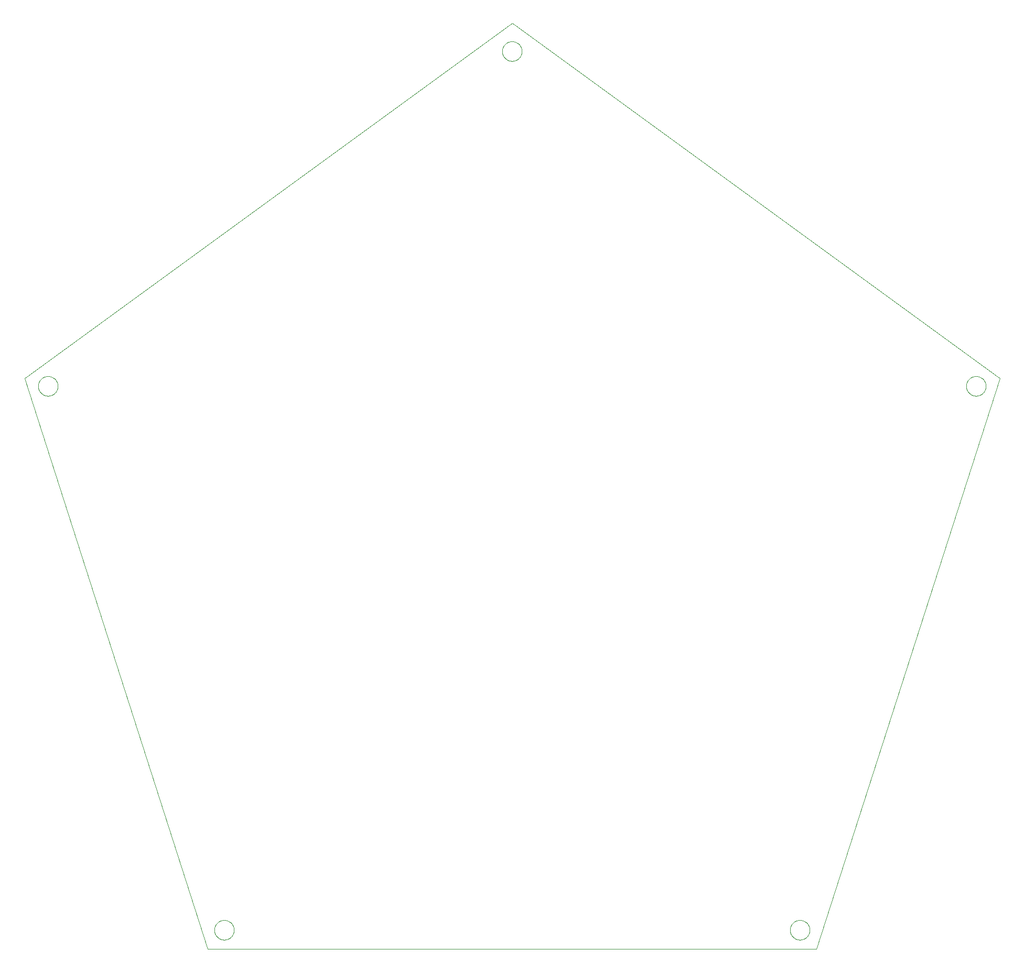
<source format=gko>
G75*
%MOIN*%
%OFA0B0*%
%FSLAX25Y25*%
%IPPOS*%
%LPD*%
%AMOC8*
5,1,8,0,0,1.08239X$1,22.5*
%
%ADD10C,0.00000*%
D10*
X0147800Y0005300D02*
X0031300Y0368300D01*
X0341300Y0594300D01*
X0651300Y0368300D01*
X0534800Y0005300D01*
X0147800Y0005300D01*
X0152050Y0017300D02*
X0152052Y0017458D01*
X0152058Y0017615D01*
X0152068Y0017773D01*
X0152082Y0017930D01*
X0152100Y0018086D01*
X0152121Y0018243D01*
X0152147Y0018398D01*
X0152177Y0018553D01*
X0152210Y0018707D01*
X0152248Y0018860D01*
X0152289Y0019013D01*
X0152334Y0019164D01*
X0152383Y0019314D01*
X0152436Y0019462D01*
X0152492Y0019610D01*
X0152553Y0019755D01*
X0152616Y0019900D01*
X0152684Y0020042D01*
X0152755Y0020183D01*
X0152829Y0020322D01*
X0152907Y0020459D01*
X0152989Y0020594D01*
X0153073Y0020727D01*
X0153162Y0020858D01*
X0153253Y0020986D01*
X0153348Y0021113D01*
X0153445Y0021236D01*
X0153546Y0021358D01*
X0153650Y0021476D01*
X0153757Y0021592D01*
X0153867Y0021705D01*
X0153979Y0021816D01*
X0154095Y0021923D01*
X0154213Y0022028D01*
X0154333Y0022130D01*
X0154456Y0022228D01*
X0154582Y0022324D01*
X0154710Y0022416D01*
X0154840Y0022505D01*
X0154972Y0022591D01*
X0155107Y0022673D01*
X0155244Y0022752D01*
X0155382Y0022827D01*
X0155522Y0022899D01*
X0155665Y0022967D01*
X0155808Y0023032D01*
X0155954Y0023093D01*
X0156101Y0023150D01*
X0156249Y0023204D01*
X0156399Y0023254D01*
X0156549Y0023300D01*
X0156701Y0023342D01*
X0156854Y0023381D01*
X0157008Y0023415D01*
X0157163Y0023446D01*
X0157318Y0023472D01*
X0157474Y0023495D01*
X0157631Y0023514D01*
X0157788Y0023529D01*
X0157945Y0023540D01*
X0158103Y0023547D01*
X0158261Y0023550D01*
X0158418Y0023549D01*
X0158576Y0023544D01*
X0158733Y0023535D01*
X0158891Y0023522D01*
X0159047Y0023505D01*
X0159204Y0023484D01*
X0159359Y0023460D01*
X0159514Y0023431D01*
X0159669Y0023398D01*
X0159822Y0023362D01*
X0159975Y0023321D01*
X0160126Y0023277D01*
X0160276Y0023229D01*
X0160425Y0023178D01*
X0160573Y0023122D01*
X0160719Y0023063D01*
X0160864Y0023000D01*
X0161007Y0022933D01*
X0161148Y0022863D01*
X0161287Y0022790D01*
X0161425Y0022713D01*
X0161561Y0022632D01*
X0161694Y0022548D01*
X0161825Y0022461D01*
X0161954Y0022370D01*
X0162081Y0022276D01*
X0162206Y0022179D01*
X0162327Y0022079D01*
X0162447Y0021976D01*
X0162563Y0021870D01*
X0162677Y0021761D01*
X0162789Y0021649D01*
X0162897Y0021535D01*
X0163002Y0021417D01*
X0163105Y0021297D01*
X0163204Y0021175D01*
X0163300Y0021050D01*
X0163393Y0020922D01*
X0163483Y0020793D01*
X0163569Y0020661D01*
X0163653Y0020527D01*
X0163732Y0020391D01*
X0163809Y0020253D01*
X0163881Y0020113D01*
X0163950Y0019971D01*
X0164016Y0019828D01*
X0164078Y0019683D01*
X0164136Y0019536D01*
X0164191Y0019388D01*
X0164242Y0019239D01*
X0164289Y0019088D01*
X0164332Y0018937D01*
X0164371Y0018784D01*
X0164407Y0018630D01*
X0164438Y0018476D01*
X0164466Y0018321D01*
X0164490Y0018165D01*
X0164510Y0018008D01*
X0164526Y0017851D01*
X0164538Y0017694D01*
X0164546Y0017537D01*
X0164550Y0017379D01*
X0164550Y0017221D01*
X0164546Y0017063D01*
X0164538Y0016906D01*
X0164526Y0016749D01*
X0164510Y0016592D01*
X0164490Y0016435D01*
X0164466Y0016279D01*
X0164438Y0016124D01*
X0164407Y0015970D01*
X0164371Y0015816D01*
X0164332Y0015663D01*
X0164289Y0015512D01*
X0164242Y0015361D01*
X0164191Y0015212D01*
X0164136Y0015064D01*
X0164078Y0014917D01*
X0164016Y0014772D01*
X0163950Y0014629D01*
X0163881Y0014487D01*
X0163809Y0014347D01*
X0163732Y0014209D01*
X0163653Y0014073D01*
X0163569Y0013939D01*
X0163483Y0013807D01*
X0163393Y0013678D01*
X0163300Y0013550D01*
X0163204Y0013425D01*
X0163105Y0013303D01*
X0163002Y0013183D01*
X0162897Y0013065D01*
X0162789Y0012951D01*
X0162677Y0012839D01*
X0162563Y0012730D01*
X0162447Y0012624D01*
X0162327Y0012521D01*
X0162206Y0012421D01*
X0162081Y0012324D01*
X0161954Y0012230D01*
X0161825Y0012139D01*
X0161694Y0012052D01*
X0161561Y0011968D01*
X0161425Y0011887D01*
X0161287Y0011810D01*
X0161148Y0011737D01*
X0161007Y0011667D01*
X0160864Y0011600D01*
X0160719Y0011537D01*
X0160573Y0011478D01*
X0160425Y0011422D01*
X0160276Y0011371D01*
X0160126Y0011323D01*
X0159975Y0011279D01*
X0159822Y0011238D01*
X0159669Y0011202D01*
X0159514Y0011169D01*
X0159359Y0011140D01*
X0159204Y0011116D01*
X0159047Y0011095D01*
X0158891Y0011078D01*
X0158733Y0011065D01*
X0158576Y0011056D01*
X0158418Y0011051D01*
X0158261Y0011050D01*
X0158103Y0011053D01*
X0157945Y0011060D01*
X0157788Y0011071D01*
X0157631Y0011086D01*
X0157474Y0011105D01*
X0157318Y0011128D01*
X0157163Y0011154D01*
X0157008Y0011185D01*
X0156854Y0011219D01*
X0156701Y0011258D01*
X0156549Y0011300D01*
X0156399Y0011346D01*
X0156249Y0011396D01*
X0156101Y0011450D01*
X0155954Y0011507D01*
X0155808Y0011568D01*
X0155665Y0011633D01*
X0155522Y0011701D01*
X0155382Y0011773D01*
X0155244Y0011848D01*
X0155107Y0011927D01*
X0154972Y0012009D01*
X0154840Y0012095D01*
X0154710Y0012184D01*
X0154582Y0012276D01*
X0154456Y0012372D01*
X0154333Y0012470D01*
X0154213Y0012572D01*
X0154095Y0012677D01*
X0153979Y0012784D01*
X0153867Y0012895D01*
X0153757Y0013008D01*
X0153650Y0013124D01*
X0153546Y0013242D01*
X0153445Y0013364D01*
X0153348Y0013487D01*
X0153253Y0013614D01*
X0153162Y0013742D01*
X0153073Y0013873D01*
X0152989Y0014006D01*
X0152907Y0014141D01*
X0152829Y0014278D01*
X0152755Y0014417D01*
X0152684Y0014558D01*
X0152616Y0014700D01*
X0152553Y0014845D01*
X0152492Y0014990D01*
X0152436Y0015138D01*
X0152383Y0015286D01*
X0152334Y0015436D01*
X0152289Y0015587D01*
X0152248Y0015740D01*
X0152210Y0015893D01*
X0152177Y0016047D01*
X0152147Y0016202D01*
X0152121Y0016357D01*
X0152100Y0016514D01*
X0152082Y0016670D01*
X0152068Y0016827D01*
X0152058Y0016985D01*
X0152052Y0017142D01*
X0152050Y0017300D01*
X0518050Y0017300D02*
X0518052Y0017458D01*
X0518058Y0017615D01*
X0518068Y0017773D01*
X0518082Y0017930D01*
X0518100Y0018086D01*
X0518121Y0018243D01*
X0518147Y0018398D01*
X0518177Y0018553D01*
X0518210Y0018707D01*
X0518248Y0018860D01*
X0518289Y0019013D01*
X0518334Y0019164D01*
X0518383Y0019314D01*
X0518436Y0019462D01*
X0518492Y0019610D01*
X0518553Y0019755D01*
X0518616Y0019900D01*
X0518684Y0020042D01*
X0518755Y0020183D01*
X0518829Y0020322D01*
X0518907Y0020459D01*
X0518989Y0020594D01*
X0519073Y0020727D01*
X0519162Y0020858D01*
X0519253Y0020986D01*
X0519348Y0021113D01*
X0519445Y0021236D01*
X0519546Y0021358D01*
X0519650Y0021476D01*
X0519757Y0021592D01*
X0519867Y0021705D01*
X0519979Y0021816D01*
X0520095Y0021923D01*
X0520213Y0022028D01*
X0520333Y0022130D01*
X0520456Y0022228D01*
X0520582Y0022324D01*
X0520710Y0022416D01*
X0520840Y0022505D01*
X0520972Y0022591D01*
X0521107Y0022673D01*
X0521244Y0022752D01*
X0521382Y0022827D01*
X0521522Y0022899D01*
X0521665Y0022967D01*
X0521808Y0023032D01*
X0521954Y0023093D01*
X0522101Y0023150D01*
X0522249Y0023204D01*
X0522399Y0023254D01*
X0522549Y0023300D01*
X0522701Y0023342D01*
X0522854Y0023381D01*
X0523008Y0023415D01*
X0523163Y0023446D01*
X0523318Y0023472D01*
X0523474Y0023495D01*
X0523631Y0023514D01*
X0523788Y0023529D01*
X0523945Y0023540D01*
X0524103Y0023547D01*
X0524261Y0023550D01*
X0524418Y0023549D01*
X0524576Y0023544D01*
X0524733Y0023535D01*
X0524891Y0023522D01*
X0525047Y0023505D01*
X0525204Y0023484D01*
X0525359Y0023460D01*
X0525514Y0023431D01*
X0525669Y0023398D01*
X0525822Y0023362D01*
X0525975Y0023321D01*
X0526126Y0023277D01*
X0526276Y0023229D01*
X0526425Y0023178D01*
X0526573Y0023122D01*
X0526719Y0023063D01*
X0526864Y0023000D01*
X0527007Y0022933D01*
X0527148Y0022863D01*
X0527287Y0022790D01*
X0527425Y0022713D01*
X0527561Y0022632D01*
X0527694Y0022548D01*
X0527825Y0022461D01*
X0527954Y0022370D01*
X0528081Y0022276D01*
X0528206Y0022179D01*
X0528327Y0022079D01*
X0528447Y0021976D01*
X0528563Y0021870D01*
X0528677Y0021761D01*
X0528789Y0021649D01*
X0528897Y0021535D01*
X0529002Y0021417D01*
X0529105Y0021297D01*
X0529204Y0021175D01*
X0529300Y0021050D01*
X0529393Y0020922D01*
X0529483Y0020793D01*
X0529569Y0020661D01*
X0529653Y0020527D01*
X0529732Y0020391D01*
X0529809Y0020253D01*
X0529881Y0020113D01*
X0529950Y0019971D01*
X0530016Y0019828D01*
X0530078Y0019683D01*
X0530136Y0019536D01*
X0530191Y0019388D01*
X0530242Y0019239D01*
X0530289Y0019088D01*
X0530332Y0018937D01*
X0530371Y0018784D01*
X0530407Y0018630D01*
X0530438Y0018476D01*
X0530466Y0018321D01*
X0530490Y0018165D01*
X0530510Y0018008D01*
X0530526Y0017851D01*
X0530538Y0017694D01*
X0530546Y0017537D01*
X0530550Y0017379D01*
X0530550Y0017221D01*
X0530546Y0017063D01*
X0530538Y0016906D01*
X0530526Y0016749D01*
X0530510Y0016592D01*
X0530490Y0016435D01*
X0530466Y0016279D01*
X0530438Y0016124D01*
X0530407Y0015970D01*
X0530371Y0015816D01*
X0530332Y0015663D01*
X0530289Y0015512D01*
X0530242Y0015361D01*
X0530191Y0015212D01*
X0530136Y0015064D01*
X0530078Y0014917D01*
X0530016Y0014772D01*
X0529950Y0014629D01*
X0529881Y0014487D01*
X0529809Y0014347D01*
X0529732Y0014209D01*
X0529653Y0014073D01*
X0529569Y0013939D01*
X0529483Y0013807D01*
X0529393Y0013678D01*
X0529300Y0013550D01*
X0529204Y0013425D01*
X0529105Y0013303D01*
X0529002Y0013183D01*
X0528897Y0013065D01*
X0528789Y0012951D01*
X0528677Y0012839D01*
X0528563Y0012730D01*
X0528447Y0012624D01*
X0528327Y0012521D01*
X0528206Y0012421D01*
X0528081Y0012324D01*
X0527954Y0012230D01*
X0527825Y0012139D01*
X0527694Y0012052D01*
X0527561Y0011968D01*
X0527425Y0011887D01*
X0527287Y0011810D01*
X0527148Y0011737D01*
X0527007Y0011667D01*
X0526864Y0011600D01*
X0526719Y0011537D01*
X0526573Y0011478D01*
X0526425Y0011422D01*
X0526276Y0011371D01*
X0526126Y0011323D01*
X0525975Y0011279D01*
X0525822Y0011238D01*
X0525669Y0011202D01*
X0525514Y0011169D01*
X0525359Y0011140D01*
X0525204Y0011116D01*
X0525047Y0011095D01*
X0524891Y0011078D01*
X0524733Y0011065D01*
X0524576Y0011056D01*
X0524418Y0011051D01*
X0524261Y0011050D01*
X0524103Y0011053D01*
X0523945Y0011060D01*
X0523788Y0011071D01*
X0523631Y0011086D01*
X0523474Y0011105D01*
X0523318Y0011128D01*
X0523163Y0011154D01*
X0523008Y0011185D01*
X0522854Y0011219D01*
X0522701Y0011258D01*
X0522549Y0011300D01*
X0522399Y0011346D01*
X0522249Y0011396D01*
X0522101Y0011450D01*
X0521954Y0011507D01*
X0521808Y0011568D01*
X0521665Y0011633D01*
X0521522Y0011701D01*
X0521382Y0011773D01*
X0521244Y0011848D01*
X0521107Y0011927D01*
X0520972Y0012009D01*
X0520840Y0012095D01*
X0520710Y0012184D01*
X0520582Y0012276D01*
X0520456Y0012372D01*
X0520333Y0012470D01*
X0520213Y0012572D01*
X0520095Y0012677D01*
X0519979Y0012784D01*
X0519867Y0012895D01*
X0519757Y0013008D01*
X0519650Y0013124D01*
X0519546Y0013242D01*
X0519445Y0013364D01*
X0519348Y0013487D01*
X0519253Y0013614D01*
X0519162Y0013742D01*
X0519073Y0013873D01*
X0518989Y0014006D01*
X0518907Y0014141D01*
X0518829Y0014278D01*
X0518755Y0014417D01*
X0518684Y0014558D01*
X0518616Y0014700D01*
X0518553Y0014845D01*
X0518492Y0014990D01*
X0518436Y0015138D01*
X0518383Y0015286D01*
X0518334Y0015436D01*
X0518289Y0015587D01*
X0518248Y0015740D01*
X0518210Y0015893D01*
X0518177Y0016047D01*
X0518147Y0016202D01*
X0518121Y0016357D01*
X0518100Y0016514D01*
X0518082Y0016670D01*
X0518068Y0016827D01*
X0518058Y0016985D01*
X0518052Y0017142D01*
X0518050Y0017300D01*
X0630050Y0363300D02*
X0630052Y0363458D01*
X0630058Y0363615D01*
X0630068Y0363773D01*
X0630082Y0363930D01*
X0630100Y0364086D01*
X0630121Y0364243D01*
X0630147Y0364398D01*
X0630177Y0364553D01*
X0630210Y0364707D01*
X0630248Y0364860D01*
X0630289Y0365013D01*
X0630334Y0365164D01*
X0630383Y0365314D01*
X0630436Y0365462D01*
X0630492Y0365610D01*
X0630553Y0365755D01*
X0630616Y0365900D01*
X0630684Y0366042D01*
X0630755Y0366183D01*
X0630829Y0366322D01*
X0630907Y0366459D01*
X0630989Y0366594D01*
X0631073Y0366727D01*
X0631162Y0366858D01*
X0631253Y0366986D01*
X0631348Y0367113D01*
X0631445Y0367236D01*
X0631546Y0367358D01*
X0631650Y0367476D01*
X0631757Y0367592D01*
X0631867Y0367705D01*
X0631979Y0367816D01*
X0632095Y0367923D01*
X0632213Y0368028D01*
X0632333Y0368130D01*
X0632456Y0368228D01*
X0632582Y0368324D01*
X0632710Y0368416D01*
X0632840Y0368505D01*
X0632972Y0368591D01*
X0633107Y0368673D01*
X0633244Y0368752D01*
X0633382Y0368827D01*
X0633522Y0368899D01*
X0633665Y0368967D01*
X0633808Y0369032D01*
X0633954Y0369093D01*
X0634101Y0369150D01*
X0634249Y0369204D01*
X0634399Y0369254D01*
X0634549Y0369300D01*
X0634701Y0369342D01*
X0634854Y0369381D01*
X0635008Y0369415D01*
X0635163Y0369446D01*
X0635318Y0369472D01*
X0635474Y0369495D01*
X0635631Y0369514D01*
X0635788Y0369529D01*
X0635945Y0369540D01*
X0636103Y0369547D01*
X0636261Y0369550D01*
X0636418Y0369549D01*
X0636576Y0369544D01*
X0636733Y0369535D01*
X0636891Y0369522D01*
X0637047Y0369505D01*
X0637204Y0369484D01*
X0637359Y0369460D01*
X0637514Y0369431D01*
X0637669Y0369398D01*
X0637822Y0369362D01*
X0637975Y0369321D01*
X0638126Y0369277D01*
X0638276Y0369229D01*
X0638425Y0369178D01*
X0638573Y0369122D01*
X0638719Y0369063D01*
X0638864Y0369000D01*
X0639007Y0368933D01*
X0639148Y0368863D01*
X0639287Y0368790D01*
X0639425Y0368713D01*
X0639561Y0368632D01*
X0639694Y0368548D01*
X0639825Y0368461D01*
X0639954Y0368370D01*
X0640081Y0368276D01*
X0640206Y0368179D01*
X0640327Y0368079D01*
X0640447Y0367976D01*
X0640563Y0367870D01*
X0640677Y0367761D01*
X0640789Y0367649D01*
X0640897Y0367535D01*
X0641002Y0367417D01*
X0641105Y0367297D01*
X0641204Y0367175D01*
X0641300Y0367050D01*
X0641393Y0366922D01*
X0641483Y0366793D01*
X0641569Y0366661D01*
X0641653Y0366527D01*
X0641732Y0366391D01*
X0641809Y0366253D01*
X0641881Y0366113D01*
X0641950Y0365971D01*
X0642016Y0365828D01*
X0642078Y0365683D01*
X0642136Y0365536D01*
X0642191Y0365388D01*
X0642242Y0365239D01*
X0642289Y0365088D01*
X0642332Y0364937D01*
X0642371Y0364784D01*
X0642407Y0364630D01*
X0642438Y0364476D01*
X0642466Y0364321D01*
X0642490Y0364165D01*
X0642510Y0364008D01*
X0642526Y0363851D01*
X0642538Y0363694D01*
X0642546Y0363537D01*
X0642550Y0363379D01*
X0642550Y0363221D01*
X0642546Y0363063D01*
X0642538Y0362906D01*
X0642526Y0362749D01*
X0642510Y0362592D01*
X0642490Y0362435D01*
X0642466Y0362279D01*
X0642438Y0362124D01*
X0642407Y0361970D01*
X0642371Y0361816D01*
X0642332Y0361663D01*
X0642289Y0361512D01*
X0642242Y0361361D01*
X0642191Y0361212D01*
X0642136Y0361064D01*
X0642078Y0360917D01*
X0642016Y0360772D01*
X0641950Y0360629D01*
X0641881Y0360487D01*
X0641809Y0360347D01*
X0641732Y0360209D01*
X0641653Y0360073D01*
X0641569Y0359939D01*
X0641483Y0359807D01*
X0641393Y0359678D01*
X0641300Y0359550D01*
X0641204Y0359425D01*
X0641105Y0359303D01*
X0641002Y0359183D01*
X0640897Y0359065D01*
X0640789Y0358951D01*
X0640677Y0358839D01*
X0640563Y0358730D01*
X0640447Y0358624D01*
X0640327Y0358521D01*
X0640206Y0358421D01*
X0640081Y0358324D01*
X0639954Y0358230D01*
X0639825Y0358139D01*
X0639694Y0358052D01*
X0639561Y0357968D01*
X0639425Y0357887D01*
X0639287Y0357810D01*
X0639148Y0357737D01*
X0639007Y0357667D01*
X0638864Y0357600D01*
X0638719Y0357537D01*
X0638573Y0357478D01*
X0638425Y0357422D01*
X0638276Y0357371D01*
X0638126Y0357323D01*
X0637975Y0357279D01*
X0637822Y0357238D01*
X0637669Y0357202D01*
X0637514Y0357169D01*
X0637359Y0357140D01*
X0637204Y0357116D01*
X0637047Y0357095D01*
X0636891Y0357078D01*
X0636733Y0357065D01*
X0636576Y0357056D01*
X0636418Y0357051D01*
X0636261Y0357050D01*
X0636103Y0357053D01*
X0635945Y0357060D01*
X0635788Y0357071D01*
X0635631Y0357086D01*
X0635474Y0357105D01*
X0635318Y0357128D01*
X0635163Y0357154D01*
X0635008Y0357185D01*
X0634854Y0357219D01*
X0634701Y0357258D01*
X0634549Y0357300D01*
X0634399Y0357346D01*
X0634249Y0357396D01*
X0634101Y0357450D01*
X0633954Y0357507D01*
X0633808Y0357568D01*
X0633665Y0357633D01*
X0633522Y0357701D01*
X0633382Y0357773D01*
X0633244Y0357848D01*
X0633107Y0357927D01*
X0632972Y0358009D01*
X0632840Y0358095D01*
X0632710Y0358184D01*
X0632582Y0358276D01*
X0632456Y0358372D01*
X0632333Y0358470D01*
X0632213Y0358572D01*
X0632095Y0358677D01*
X0631979Y0358784D01*
X0631867Y0358895D01*
X0631757Y0359008D01*
X0631650Y0359124D01*
X0631546Y0359242D01*
X0631445Y0359364D01*
X0631348Y0359487D01*
X0631253Y0359614D01*
X0631162Y0359742D01*
X0631073Y0359873D01*
X0630989Y0360006D01*
X0630907Y0360141D01*
X0630829Y0360278D01*
X0630755Y0360417D01*
X0630684Y0360558D01*
X0630616Y0360700D01*
X0630553Y0360845D01*
X0630492Y0360990D01*
X0630436Y0361138D01*
X0630383Y0361286D01*
X0630334Y0361436D01*
X0630289Y0361587D01*
X0630248Y0361740D01*
X0630210Y0361893D01*
X0630177Y0362047D01*
X0630147Y0362202D01*
X0630121Y0362357D01*
X0630100Y0362514D01*
X0630082Y0362670D01*
X0630068Y0362827D01*
X0630058Y0362985D01*
X0630052Y0363142D01*
X0630050Y0363300D01*
X0335050Y0576300D02*
X0335052Y0576458D01*
X0335058Y0576615D01*
X0335068Y0576773D01*
X0335082Y0576930D01*
X0335100Y0577086D01*
X0335121Y0577243D01*
X0335147Y0577398D01*
X0335177Y0577553D01*
X0335210Y0577707D01*
X0335248Y0577860D01*
X0335289Y0578013D01*
X0335334Y0578164D01*
X0335383Y0578314D01*
X0335436Y0578462D01*
X0335492Y0578610D01*
X0335553Y0578755D01*
X0335616Y0578900D01*
X0335684Y0579042D01*
X0335755Y0579183D01*
X0335829Y0579322D01*
X0335907Y0579459D01*
X0335989Y0579594D01*
X0336073Y0579727D01*
X0336162Y0579858D01*
X0336253Y0579986D01*
X0336348Y0580113D01*
X0336445Y0580236D01*
X0336546Y0580358D01*
X0336650Y0580476D01*
X0336757Y0580592D01*
X0336867Y0580705D01*
X0336979Y0580816D01*
X0337095Y0580923D01*
X0337213Y0581028D01*
X0337333Y0581130D01*
X0337456Y0581228D01*
X0337582Y0581324D01*
X0337710Y0581416D01*
X0337840Y0581505D01*
X0337972Y0581591D01*
X0338107Y0581673D01*
X0338244Y0581752D01*
X0338382Y0581827D01*
X0338522Y0581899D01*
X0338665Y0581967D01*
X0338808Y0582032D01*
X0338954Y0582093D01*
X0339101Y0582150D01*
X0339249Y0582204D01*
X0339399Y0582254D01*
X0339549Y0582300D01*
X0339701Y0582342D01*
X0339854Y0582381D01*
X0340008Y0582415D01*
X0340163Y0582446D01*
X0340318Y0582472D01*
X0340474Y0582495D01*
X0340631Y0582514D01*
X0340788Y0582529D01*
X0340945Y0582540D01*
X0341103Y0582547D01*
X0341261Y0582550D01*
X0341418Y0582549D01*
X0341576Y0582544D01*
X0341733Y0582535D01*
X0341891Y0582522D01*
X0342047Y0582505D01*
X0342204Y0582484D01*
X0342359Y0582460D01*
X0342514Y0582431D01*
X0342669Y0582398D01*
X0342822Y0582362D01*
X0342975Y0582321D01*
X0343126Y0582277D01*
X0343276Y0582229D01*
X0343425Y0582178D01*
X0343573Y0582122D01*
X0343719Y0582063D01*
X0343864Y0582000D01*
X0344007Y0581933D01*
X0344148Y0581863D01*
X0344287Y0581790D01*
X0344425Y0581713D01*
X0344561Y0581632D01*
X0344694Y0581548D01*
X0344825Y0581461D01*
X0344954Y0581370D01*
X0345081Y0581276D01*
X0345206Y0581179D01*
X0345327Y0581079D01*
X0345447Y0580976D01*
X0345563Y0580870D01*
X0345677Y0580761D01*
X0345789Y0580649D01*
X0345897Y0580535D01*
X0346002Y0580417D01*
X0346105Y0580297D01*
X0346204Y0580175D01*
X0346300Y0580050D01*
X0346393Y0579922D01*
X0346483Y0579793D01*
X0346569Y0579661D01*
X0346653Y0579527D01*
X0346732Y0579391D01*
X0346809Y0579253D01*
X0346881Y0579113D01*
X0346950Y0578971D01*
X0347016Y0578828D01*
X0347078Y0578683D01*
X0347136Y0578536D01*
X0347191Y0578388D01*
X0347242Y0578239D01*
X0347289Y0578088D01*
X0347332Y0577937D01*
X0347371Y0577784D01*
X0347407Y0577630D01*
X0347438Y0577476D01*
X0347466Y0577321D01*
X0347490Y0577165D01*
X0347510Y0577008D01*
X0347526Y0576851D01*
X0347538Y0576694D01*
X0347546Y0576537D01*
X0347550Y0576379D01*
X0347550Y0576221D01*
X0347546Y0576063D01*
X0347538Y0575906D01*
X0347526Y0575749D01*
X0347510Y0575592D01*
X0347490Y0575435D01*
X0347466Y0575279D01*
X0347438Y0575124D01*
X0347407Y0574970D01*
X0347371Y0574816D01*
X0347332Y0574663D01*
X0347289Y0574512D01*
X0347242Y0574361D01*
X0347191Y0574212D01*
X0347136Y0574064D01*
X0347078Y0573917D01*
X0347016Y0573772D01*
X0346950Y0573629D01*
X0346881Y0573487D01*
X0346809Y0573347D01*
X0346732Y0573209D01*
X0346653Y0573073D01*
X0346569Y0572939D01*
X0346483Y0572807D01*
X0346393Y0572678D01*
X0346300Y0572550D01*
X0346204Y0572425D01*
X0346105Y0572303D01*
X0346002Y0572183D01*
X0345897Y0572065D01*
X0345789Y0571951D01*
X0345677Y0571839D01*
X0345563Y0571730D01*
X0345447Y0571624D01*
X0345327Y0571521D01*
X0345206Y0571421D01*
X0345081Y0571324D01*
X0344954Y0571230D01*
X0344825Y0571139D01*
X0344694Y0571052D01*
X0344561Y0570968D01*
X0344425Y0570887D01*
X0344287Y0570810D01*
X0344148Y0570737D01*
X0344007Y0570667D01*
X0343864Y0570600D01*
X0343719Y0570537D01*
X0343573Y0570478D01*
X0343425Y0570422D01*
X0343276Y0570371D01*
X0343126Y0570323D01*
X0342975Y0570279D01*
X0342822Y0570238D01*
X0342669Y0570202D01*
X0342514Y0570169D01*
X0342359Y0570140D01*
X0342204Y0570116D01*
X0342047Y0570095D01*
X0341891Y0570078D01*
X0341733Y0570065D01*
X0341576Y0570056D01*
X0341418Y0570051D01*
X0341261Y0570050D01*
X0341103Y0570053D01*
X0340945Y0570060D01*
X0340788Y0570071D01*
X0340631Y0570086D01*
X0340474Y0570105D01*
X0340318Y0570128D01*
X0340163Y0570154D01*
X0340008Y0570185D01*
X0339854Y0570219D01*
X0339701Y0570258D01*
X0339549Y0570300D01*
X0339399Y0570346D01*
X0339249Y0570396D01*
X0339101Y0570450D01*
X0338954Y0570507D01*
X0338808Y0570568D01*
X0338665Y0570633D01*
X0338522Y0570701D01*
X0338382Y0570773D01*
X0338244Y0570848D01*
X0338107Y0570927D01*
X0337972Y0571009D01*
X0337840Y0571095D01*
X0337710Y0571184D01*
X0337582Y0571276D01*
X0337456Y0571372D01*
X0337333Y0571470D01*
X0337213Y0571572D01*
X0337095Y0571677D01*
X0336979Y0571784D01*
X0336867Y0571895D01*
X0336757Y0572008D01*
X0336650Y0572124D01*
X0336546Y0572242D01*
X0336445Y0572364D01*
X0336348Y0572487D01*
X0336253Y0572614D01*
X0336162Y0572742D01*
X0336073Y0572873D01*
X0335989Y0573006D01*
X0335907Y0573141D01*
X0335829Y0573278D01*
X0335755Y0573417D01*
X0335684Y0573558D01*
X0335616Y0573700D01*
X0335553Y0573845D01*
X0335492Y0573990D01*
X0335436Y0574138D01*
X0335383Y0574286D01*
X0335334Y0574436D01*
X0335289Y0574587D01*
X0335248Y0574740D01*
X0335210Y0574893D01*
X0335177Y0575047D01*
X0335147Y0575202D01*
X0335121Y0575357D01*
X0335100Y0575514D01*
X0335082Y0575670D01*
X0335068Y0575827D01*
X0335058Y0575985D01*
X0335052Y0576142D01*
X0335050Y0576300D01*
X0040050Y0363300D02*
X0040052Y0363458D01*
X0040058Y0363615D01*
X0040068Y0363773D01*
X0040082Y0363930D01*
X0040100Y0364086D01*
X0040121Y0364243D01*
X0040147Y0364398D01*
X0040177Y0364553D01*
X0040210Y0364707D01*
X0040248Y0364860D01*
X0040289Y0365013D01*
X0040334Y0365164D01*
X0040383Y0365314D01*
X0040436Y0365462D01*
X0040492Y0365610D01*
X0040553Y0365755D01*
X0040616Y0365900D01*
X0040684Y0366042D01*
X0040755Y0366183D01*
X0040829Y0366322D01*
X0040907Y0366459D01*
X0040989Y0366594D01*
X0041073Y0366727D01*
X0041162Y0366858D01*
X0041253Y0366986D01*
X0041348Y0367113D01*
X0041445Y0367236D01*
X0041546Y0367358D01*
X0041650Y0367476D01*
X0041757Y0367592D01*
X0041867Y0367705D01*
X0041979Y0367816D01*
X0042095Y0367923D01*
X0042213Y0368028D01*
X0042333Y0368130D01*
X0042456Y0368228D01*
X0042582Y0368324D01*
X0042710Y0368416D01*
X0042840Y0368505D01*
X0042972Y0368591D01*
X0043107Y0368673D01*
X0043244Y0368752D01*
X0043382Y0368827D01*
X0043522Y0368899D01*
X0043665Y0368967D01*
X0043808Y0369032D01*
X0043954Y0369093D01*
X0044101Y0369150D01*
X0044249Y0369204D01*
X0044399Y0369254D01*
X0044549Y0369300D01*
X0044701Y0369342D01*
X0044854Y0369381D01*
X0045008Y0369415D01*
X0045163Y0369446D01*
X0045318Y0369472D01*
X0045474Y0369495D01*
X0045631Y0369514D01*
X0045788Y0369529D01*
X0045945Y0369540D01*
X0046103Y0369547D01*
X0046261Y0369550D01*
X0046418Y0369549D01*
X0046576Y0369544D01*
X0046733Y0369535D01*
X0046891Y0369522D01*
X0047047Y0369505D01*
X0047204Y0369484D01*
X0047359Y0369460D01*
X0047514Y0369431D01*
X0047669Y0369398D01*
X0047822Y0369362D01*
X0047975Y0369321D01*
X0048126Y0369277D01*
X0048276Y0369229D01*
X0048425Y0369178D01*
X0048573Y0369122D01*
X0048719Y0369063D01*
X0048864Y0369000D01*
X0049007Y0368933D01*
X0049148Y0368863D01*
X0049287Y0368790D01*
X0049425Y0368713D01*
X0049561Y0368632D01*
X0049694Y0368548D01*
X0049825Y0368461D01*
X0049954Y0368370D01*
X0050081Y0368276D01*
X0050206Y0368179D01*
X0050327Y0368079D01*
X0050447Y0367976D01*
X0050563Y0367870D01*
X0050677Y0367761D01*
X0050789Y0367649D01*
X0050897Y0367535D01*
X0051002Y0367417D01*
X0051105Y0367297D01*
X0051204Y0367175D01*
X0051300Y0367050D01*
X0051393Y0366922D01*
X0051483Y0366793D01*
X0051569Y0366661D01*
X0051653Y0366527D01*
X0051732Y0366391D01*
X0051809Y0366253D01*
X0051881Y0366113D01*
X0051950Y0365971D01*
X0052016Y0365828D01*
X0052078Y0365683D01*
X0052136Y0365536D01*
X0052191Y0365388D01*
X0052242Y0365239D01*
X0052289Y0365088D01*
X0052332Y0364937D01*
X0052371Y0364784D01*
X0052407Y0364630D01*
X0052438Y0364476D01*
X0052466Y0364321D01*
X0052490Y0364165D01*
X0052510Y0364008D01*
X0052526Y0363851D01*
X0052538Y0363694D01*
X0052546Y0363537D01*
X0052550Y0363379D01*
X0052550Y0363221D01*
X0052546Y0363063D01*
X0052538Y0362906D01*
X0052526Y0362749D01*
X0052510Y0362592D01*
X0052490Y0362435D01*
X0052466Y0362279D01*
X0052438Y0362124D01*
X0052407Y0361970D01*
X0052371Y0361816D01*
X0052332Y0361663D01*
X0052289Y0361512D01*
X0052242Y0361361D01*
X0052191Y0361212D01*
X0052136Y0361064D01*
X0052078Y0360917D01*
X0052016Y0360772D01*
X0051950Y0360629D01*
X0051881Y0360487D01*
X0051809Y0360347D01*
X0051732Y0360209D01*
X0051653Y0360073D01*
X0051569Y0359939D01*
X0051483Y0359807D01*
X0051393Y0359678D01*
X0051300Y0359550D01*
X0051204Y0359425D01*
X0051105Y0359303D01*
X0051002Y0359183D01*
X0050897Y0359065D01*
X0050789Y0358951D01*
X0050677Y0358839D01*
X0050563Y0358730D01*
X0050447Y0358624D01*
X0050327Y0358521D01*
X0050206Y0358421D01*
X0050081Y0358324D01*
X0049954Y0358230D01*
X0049825Y0358139D01*
X0049694Y0358052D01*
X0049561Y0357968D01*
X0049425Y0357887D01*
X0049287Y0357810D01*
X0049148Y0357737D01*
X0049007Y0357667D01*
X0048864Y0357600D01*
X0048719Y0357537D01*
X0048573Y0357478D01*
X0048425Y0357422D01*
X0048276Y0357371D01*
X0048126Y0357323D01*
X0047975Y0357279D01*
X0047822Y0357238D01*
X0047669Y0357202D01*
X0047514Y0357169D01*
X0047359Y0357140D01*
X0047204Y0357116D01*
X0047047Y0357095D01*
X0046891Y0357078D01*
X0046733Y0357065D01*
X0046576Y0357056D01*
X0046418Y0357051D01*
X0046261Y0357050D01*
X0046103Y0357053D01*
X0045945Y0357060D01*
X0045788Y0357071D01*
X0045631Y0357086D01*
X0045474Y0357105D01*
X0045318Y0357128D01*
X0045163Y0357154D01*
X0045008Y0357185D01*
X0044854Y0357219D01*
X0044701Y0357258D01*
X0044549Y0357300D01*
X0044399Y0357346D01*
X0044249Y0357396D01*
X0044101Y0357450D01*
X0043954Y0357507D01*
X0043808Y0357568D01*
X0043665Y0357633D01*
X0043522Y0357701D01*
X0043382Y0357773D01*
X0043244Y0357848D01*
X0043107Y0357927D01*
X0042972Y0358009D01*
X0042840Y0358095D01*
X0042710Y0358184D01*
X0042582Y0358276D01*
X0042456Y0358372D01*
X0042333Y0358470D01*
X0042213Y0358572D01*
X0042095Y0358677D01*
X0041979Y0358784D01*
X0041867Y0358895D01*
X0041757Y0359008D01*
X0041650Y0359124D01*
X0041546Y0359242D01*
X0041445Y0359364D01*
X0041348Y0359487D01*
X0041253Y0359614D01*
X0041162Y0359742D01*
X0041073Y0359873D01*
X0040989Y0360006D01*
X0040907Y0360141D01*
X0040829Y0360278D01*
X0040755Y0360417D01*
X0040684Y0360558D01*
X0040616Y0360700D01*
X0040553Y0360845D01*
X0040492Y0360990D01*
X0040436Y0361138D01*
X0040383Y0361286D01*
X0040334Y0361436D01*
X0040289Y0361587D01*
X0040248Y0361740D01*
X0040210Y0361893D01*
X0040177Y0362047D01*
X0040147Y0362202D01*
X0040121Y0362357D01*
X0040100Y0362514D01*
X0040082Y0362670D01*
X0040068Y0362827D01*
X0040058Y0362985D01*
X0040052Y0363142D01*
X0040050Y0363300D01*
M02*

</source>
